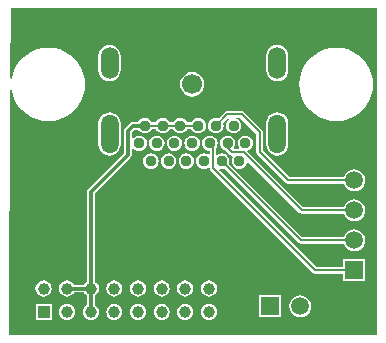
<source format=gbl>
%FSTAX25Y25*%
%MOIN*%
%SFA1B1*%

%IPPOS*%
%ADD10C,0.012000*%
%ADD11C,0.007000*%
%ADD13C,0.066930*%
%ADD14C,0.037400*%
%ADD15O,0.059060X0.106300*%
%ADD16O,0.059060X0.129920*%
%ADD17R,0.059060X0.059060*%
%ADD18C,0.059060*%
%ADD19R,0.039370X0.039370*%
%ADD20C,0.039370*%
%ADD21R,0.059060X0.059060*%
%LNhdmi_breakout_pcb_v02-1*%
%LPD*%
G36*
X03235Y03845D02*
X0201354D01*
X0201002Y0384854*
X0201375Y0466252*
X0201875Y0466271*
X0201889Y0466082*
X0202339Y0464211*
X0203075Y0462433*
X020408Y0460793*
X020533Y045933*
X0206793Y045808*
X0208433Y0457075*
X0210211Y0456339*
X0212082Y045589*
X0214Y0455739*
X0215918Y045589*
X0217789Y0456339*
X0219567Y0457075*
X0221207Y045808*
X022267Y045933*
X022392Y0460793*
X0224925Y0462433*
X0225661Y0464211*
X0226111Y0466082*
X0226261Y0468*
X0226111Y0469918*
X0225661Y0471789*
X0224925Y0473567*
X022392Y0475207*
X022267Y047667*
X0221207Y047792*
X0219567Y0478925*
X0217789Y0479661*
X0215918Y0480111*
X0214Y0480261*
X0212082Y0480111*
X0210211Y0479661*
X0208433Y0478925*
X0206793Y047792*
X020533Y047667*
X020408Y0475207*
X0203075Y0473567*
X0202339Y0471789*
X0201889Y0469918*
X0201392Y0469957*
X02015Y04935*
X03235*
Y03845*
G37*
%LNhdmi_breakout_pcb_v02-2*%
%LPC*%
G36*
X0236063Y0402629D02*
X0235366Y0402537D01*
X0234717Y0402268*
X023416Y040184*
X0233732Y0401283*
X0233463Y0400634*
X0233371Y0399937*
X0233463Y039924*
X0233732Y0398591*
X023416Y0398034*
X0234717Y0397606*
X0235366Y0397337*
X0236063Y0397246*
X023676Y0397337*
X0237409Y0397606*
X0237966Y0398034*
X0238394Y0398591*
X0238663Y039924*
X0238755Y0399937*
X0238663Y0400634*
X0238394Y0401283*
X0237966Y040184*
X0237409Y0402268*
X023676Y0402537*
X0236063Y0402629*
G37*
G36*
X0291653Y0397653D02*
X0284347D01*
Y0390347*
X0291653*
Y0397653*
G37*
G36*
X0212441Y0402629D02*
X0211744Y0402537D01*
X0211095Y0402268*
X0210538Y040184*
X021011Y0401283*
X0209841Y0400634*
X020975Y0399937*
X0209841Y039924*
X021011Y0398591*
X0210538Y0398034*
X0211095Y0397606*
X0211744Y0397337*
X0212441Y0397246*
X0213138Y0397337*
X0213787Y0397606*
X0214344Y0398034*
X0214772Y0398591*
X0215041Y039924*
X0215132Y0399937*
X0215041Y0400634*
X0214772Y0401283*
X0214344Y040184*
X0213787Y0402268*
X0213138Y0402537*
X0212441Y0402629*
G37*
G36*
X0259685D02*
X0258988Y0402537D01*
X0258339Y0402268*
X0257782Y040184*
X0257354Y0401283*
X0257085Y0400634*
X0256994Y0399937*
X0257085Y039924*
X0257354Y0398591*
X0257782Y0398034*
X0258339Y0397606*
X0258988Y0397337*
X0259685Y0397246*
X0260382Y0397337*
X0261031Y0397606*
X0261588Y0398034*
X0262016Y0398591*
X0262285Y039924*
X0262376Y0399937*
X0262285Y0400634*
X0262016Y0401283*
X0261588Y040184*
X0261031Y0402268*
X0260382Y0402537*
X0259685Y0402629*
G37*
G36*
X0267559D02*
X0266862Y0402537D01*
X0266213Y0402268*
X0265656Y040184*
X0265228Y0401283*
X0264959Y0400634*
X0264867Y0399937*
X0264959Y039924*
X0265228Y0398591*
X0265656Y0398034*
X0266213Y0397606*
X0266862Y0397337*
X0267559Y0397246*
X0268256Y0397337*
X0268905Y0397606*
X0269462Y0398034*
X026989Y0398591*
X0270159Y039924*
X0270251Y0399937*
X0270159Y0400634*
X026989Y0401283*
X0269462Y040184*
X0268905Y0402268*
X0268256Y0402537*
X0267559Y0402629*
G37*
G36*
X0243937D02*
X024324Y0402537D01*
X0242591Y0402268*
X0242034Y040184*
X0241606Y0401283*
X0241337Y0400634*
X0241246Y0399937*
X0241337Y039924*
X0241606Y0398591*
X0242034Y0398034*
X0242591Y0397606*
X024324Y0397337*
X0243937Y0397246*
X0244634Y0397337*
X0245283Y0397606*
X024584Y0398034*
X0246268Y0398591*
X0246537Y039924*
X0246628Y0399937*
X0246537Y0400634*
X0246268Y0401283*
X024584Y040184*
X0245283Y0402268*
X0244634Y0402537*
X0243937Y0402629*
G37*
G36*
X0251811D02*
X0251114Y0402537D01*
X0250465Y0402268*
X0249908Y040184*
X024948Y0401283*
X0249211Y0400634*
X0249119Y0399937*
X0249211Y039924*
X024948Y0398591*
X0249908Y0398034*
X0250465Y0397606*
X0251114Y0397337*
X0251811Y0397246*
X0252508Y0397337*
X0253157Y0397606*
X0253714Y0398034*
X0254142Y0398591*
X0254411Y039924*
X0254503Y0399937*
X0254411Y0400634*
X0254142Y0401283*
X0253714Y040184*
X0253157Y0402268*
X0252508Y0402537*
X0251811Y0402629*
G37*
G36*
X0298Y0397684D02*
X0297046Y0397559D01*
X0296158Y0397191*
X0295395Y0396605*
X0294809Y0395842*
X0294441Y0394954*
X0294316Y0394*
X0294441Y0393046*
X0294809Y0392158*
X0295395Y0391395*
X0296158Y0390809*
X0297046Y0390441*
X0298Y0390316*
X0298954Y0390441*
X0299842Y0390809*
X0300605Y0391395*
X0301191Y0392158*
X0301559Y0393046*
X0301684Y0394*
X0301559Y0394954*
X0301191Y0395842*
X0300605Y0396605*
X0299842Y0397191*
X0298954Y0397559*
X0298Y0397684*
G37*
G36*
X0243937Y0394755D02*
X024324Y0394663D01*
X0242591Y0394394*
X0242034Y0393966*
X0241606Y0393409*
X0241337Y039276*
X0241246Y0392063*
X0241337Y0391366*
X0241606Y0390717*
X0242034Y039016*
X0242591Y0389732*
X024324Y0389463*
X0243937Y0389371*
X0244634Y0389463*
X0245283Y0389732*
X024584Y039016*
X0246268Y0390717*
X0246537Y0391366*
X0246628Y0392063*
X0246537Y039276*
X0246268Y0393409*
X024584Y0393966*
X0245283Y0394394*
X0244634Y0394663*
X0243937Y0394755*
G37*
G36*
X0236063D02*
X0235366Y0394663D01*
X0234717Y0394394*
X023416Y0393966*
X0233732Y0393409*
X0233463Y039276*
X0233371Y0392063*
X0233463Y0391366*
X0233732Y0390717*
X023416Y039016*
X0234717Y0389732*
X0235366Y0389463*
X0236063Y0389371*
X023676Y0389463*
X0237409Y0389732*
X0237966Y039016*
X0238394Y0390717*
X0238663Y0391366*
X0238755Y0392063*
X0238663Y039276*
X0238394Y0393409*
X0237966Y0393966*
X0237409Y0394394*
X023676Y0394663*
X0236063Y0394755*
G37*
G36*
X0220315D02*
X0219618Y0394663D01*
X0218969Y0394394*
X0218412Y0393966*
X0217984Y0393409*
X0217715Y039276*
X0217623Y0392063*
X0217715Y0391366*
X0217984Y0390717*
X0218412Y039016*
X0218969Y0389732*
X0219618Y0389463*
X0220315Y0389371*
X0221012Y0389463*
X0221661Y0389732*
X0222218Y039016*
X0222646Y0390717*
X0222915Y0391366*
X0223007Y0392063*
X0222915Y039276*
X0222646Y0393409*
X0222218Y0393966*
X0221661Y0394394*
X0221012Y0394663*
X0220315Y0394755*
G37*
G36*
X0251811D02*
X0251114Y0394663D01*
X0250465Y0394394*
X0249908Y0393966*
X024948Y0393409*
X0249211Y039276*
X0249119Y0392063*
X0249211Y0391366*
X024948Y0390717*
X0249908Y039016*
X0250465Y0389732*
X0251114Y0389463*
X0251811Y0389371*
X0252508Y0389463*
X0253157Y0389732*
X0253714Y039016*
X0254142Y0390717*
X0254411Y0391366*
X0254503Y0392063*
X0254411Y039276*
X0254142Y0393409*
X0253714Y0393966*
X0253157Y0394394*
X0252508Y0394663*
X0251811Y0394755*
G37*
G36*
X0215109Y0394731D02*
X0209772D01*
Y0389394*
X0215109*
Y0394731*
G37*
G36*
X0267559Y0394755D02*
X0266862Y0394663D01*
X0266213Y0394394*
X0265656Y0393966*
X0265228Y0393409*
X0264959Y039276*
X0264867Y0392063*
X0264959Y0391366*
X0265228Y0390717*
X0265656Y039016*
X0266213Y0389732*
X0266862Y0389463*
X0267559Y0389371*
X0268256Y0389463*
X0268905Y0389732*
X0269462Y039016*
X026989Y0390717*
X0270159Y0391366*
X0270251Y0392063*
X0270159Y039276*
X026989Y0393409*
X0269462Y0393966*
X0268905Y0394394*
X0268256Y0394663*
X0267559Y0394755*
G37*
G36*
X0259685D02*
X0258988Y0394663D01*
X0258339Y0394394*
X0257782Y0393966*
X0257354Y0393409*
X0257085Y039276*
X0256994Y0392063*
X0257085Y0391366*
X0257354Y0390717*
X0257782Y039016*
X0258339Y0389732*
X0258988Y0389463*
X0259685Y0389371*
X0260382Y0389463*
X0261031Y0389732*
X0261588Y039016*
X0262016Y0390717*
X0262285Y0391366*
X0262376Y0392063*
X0262285Y039276*
X0262016Y0393409*
X0261588Y0393966*
X0261031Y0394394*
X0260382Y0394663*
X0259685Y0394755*
G37*
G36*
X02785Y0459071D02*
X0273654D01*
X0273244Y0458989*
X0272897Y0458757*
X0270771Y0456631*
X0270545Y0456724*
X0269874Y0456813*
X0269203Y0456724*
X0268578Y0456465*
X0268041Y0456053*
X0267629Y0455516*
X026737Y0454891*
X0267282Y045422*
X026737Y0453549*
X0267629Y0452924*
X0268041Y0452387*
X0268578Y0451975*
X0269203Y0451717*
X0269874Y0451628*
X0270545Y0451717*
X027117Y0451975*
X0271707Y0452387*
X0272119Y0452924*
X0272378Y0453549*
X0272466Y045422*
X0272378Y0454891*
X0272285Y0455117*
X0273444Y0456277*
X0274354Y0456653*
X0274409Y045664*
X0274471Y0456456*
X0273947Y0456053*
X0273535Y0455516*
X0273276Y0454891*
X0273187Y045422*
X0273276Y0453549*
X0273535Y0452924*
X0273947Y0452387*
X0274483Y0451975*
X0275109Y0451717*
X027578Y0451628*
X027645Y0451717*
X0277076Y0451975*
X0277613Y0452387*
X0278025Y0452924*
X0278284Y0453549*
X0278372Y045422*
X0278284Y0454891*
X0278025Y0455516*
X0277613Y0456053*
X0277076Y0456465*
X027645Y0456724*
X027578Y0456813*
X0275896Y0456929*
X0278057*
X0283429Y0451556*
Y04455*
X0283511Y044509*
X0283743Y0444743*
X0293243Y0435243*
X029359Y0435011*
X0294Y0434929*
X031249*
X0312809Y0434158*
X0313395Y0433395*
X0314158Y0432809*
X0315046Y0432441*
X0316Y0432316*
X0316954Y0432441*
X0317842Y0432809*
X0318605Y0433395*
X0319191Y0434158*
X0319559Y0435046*
X0319684Y0436*
X0319559Y0436954*
X0319191Y0437842*
X0318605Y0438605*
X0317842Y0439191*
X0316954Y0439559*
X0316Y0439684*
X0315046Y0439559*
X0314158Y0439191*
X0313395Y0438605*
X0312809Y0437842*
X031249Y0437071*
X0294443*
X0285571Y0445943*
Y0452*
X0285489Y045241*
X0285257Y0452757*
X0279257Y0458757*
X027891Y0458989*
X02785Y0459071*
G37*
G36*
X0263969Y0456813D02*
X0263298Y0456724D01*
X0262672Y0456465*
X0262136Y0456053*
X0261724Y0455516*
X026163Y0455291*
X0260401*
X0260308Y0455516*
X0259896Y0456053*
X0259359Y0456465*
X0258734Y0456724*
X0258063Y0456813*
X0257392Y0456724*
X0256767Y0456465*
X025623Y0456053*
X0255818Y0455516*
X0255725Y0455291*
X0254496*
X0254402Y0455516*
X025399Y0456053*
X0253453Y0456465*
X0252828Y0456724*
X0252157Y0456813*
X0251486Y0456724*
X0250861Y0456465*
X0250324Y0456053*
X0249912Y0455516*
X0249819Y0455291*
X024859*
X0248497Y0455516*
X0248085Y0456053*
X0247548Y0456465*
X0246923Y0456724*
X0246252Y0456813*
X0245581Y0456724*
X0244956Y0456465*
X0244419Y0456053*
X024403Y0455546*
X024222*
X0241713Y0455445*
X0241283Y0455158*
X0239563Y0453437*
X0239275Y0453007*
X0239175Y04525*
Y0445049*
X0227252Y0433126*
X0226964Y0432696*
X0226864Y0432189*
Y0402276*
X0226843Y0402268*
X0226286Y040184*
X0225858Y0401283*
X022585Y0401263*
X0222654*
X0222646Y0401283*
X0222218Y040184*
X0221661Y0402268*
X0221012Y0402537*
X0220315Y0402629*
X0219618Y0402537*
X0218969Y0402268*
X0218412Y040184*
X0217984Y0401283*
X0217715Y0400634*
X0217623Y0399937*
X0217715Y039924*
X0217984Y0398591*
X0218412Y0398034*
X0218969Y0397606*
X0219618Y0397337*
X0220315Y0397246*
X0221012Y0397337*
X0221661Y0397606*
X0222218Y0398034*
X0222646Y0398591*
X0222654Y0398611*
X022585*
X0225858Y0398591*
X0226286Y0398034*
X0226843Y0397606*
X0226864Y0397598*
Y0394402*
X0226843Y0394394*
X0226286Y0393966*
X0225858Y0393409*
X0225589Y039276*
X0225498Y0392063*
X0225589Y0391366*
X0225858Y0390717*
X0226286Y039016*
X0226843Y0389732*
X0227492Y0389463*
X0228189Y0389371*
X0228886Y0389463*
X0229535Y0389732*
X0230092Y039016*
X023052Y0390717*
X0230789Y0391366*
X023088Y0392063*
X0230789Y039276*
X023052Y0393409*
X0230092Y0393966*
X0229535Y0394394*
X0229515Y0394402*
Y0397598*
X0229535Y0397606*
X0230092Y0398034*
X023052Y0398591*
X0230789Y039924*
X023088Y0399937*
X0230789Y0400634*
X023052Y0401283*
X0230092Y040184*
X0229535Y0402268*
X0229515Y0402276*
Y043164*
X0241437Y0443563*
X0241725Y0443993*
X0241826Y04445*
Y0446519*
X0242299Y0446679*
X024245Y0446482*
X0242987Y044607*
X0243613Y0445811*
X0244283Y0445723*
X0244954Y0445811*
X024558Y044607*
X0246116Y0446482*
X0246528Y0447019*
X0246787Y0447644*
X0246876Y0448315*
X0246787Y0448986*
X0246528Y0449611*
X0246116Y0450148*
X024558Y045056*
X0244954Y0450819*
X0244283Y0450907*
X0243613Y0450819*
X0242987Y045056*
X024245Y0450148*
X0242299Y0449951*
X0241826Y0450111*
Y0451951*
X0242769Y0452895*
X024403*
X0244419Y0452387*
X0244956Y0451975*
X0245581Y0451717*
X0246252Y0451628*
X0246923Y0451717*
X0247548Y0451975*
X0248085Y0452387*
X0248497Y0452924*
X024859Y045315*
X0249819*
X0249912Y0452924*
X0250324Y0452387*
X0250861Y0451975*
X0251486Y0451717*
X0252157Y0451628*
X0252828Y0451717*
X0253453Y0451975*
X025399Y0452387*
X0254402Y0452924*
X0254496Y045315*
X0255725*
X0255818Y0452924*
X025623Y0452387*
X0256767Y0451975*
X0257392Y0451717*
X0258063Y0451628*
X0258734Y0451717*
X0259359Y0451975*
X0259896Y0452387*
X0260308Y0452924*
X0260401Y045315*
X026163*
X0261724Y0452924*
X0262136Y0452387*
X0262672Y0451975*
X0263298Y0451717*
X0263969Y0451628*
X0264639Y0451717*
X0265265Y0451975*
X0265802Y0452387*
X0266214Y0452924*
X0266473Y0453549*
X0266561Y045422*
X0266473Y0454891*
X0266214Y0455516*
X0265802Y0456053*
X0265265Y0456465*
X0264639Y0456724*
X0263969Y0456813*
G37*
G36*
X0279717Y0450907D02*
X0279046Y0450819D01*
X027842Y045056*
X0277884Y0450148*
X0277472Y0449611*
X0277213Y0448986*
X0277124Y0448315*
X0277213Y0447644*
X0277472Y0447019*
X0277602Y0446848*
X0277381Y04464*
X0276146*
X0275925Y0446848*
X0276056Y0447019*
X0276315Y0447644*
X0276403Y0448315*
X0276315Y0448986*
X0276056Y0449611*
X0275644Y0450148*
X0275107Y045056*
X0274482Y0450819*
X0273811Y0450907*
X027314Y0450819*
X0272515Y045056*
X0271978Y0450148*
X0271566Y0449611*
X0271307Y0448986*
X0271219Y0448315*
X0271307Y0447644*
X0271566Y0447019*
X0271978Y0446482*
X0272515Y044607*
X027314Y0445811*
X027318Y0445806*
X0274413Y0444572*
X0274761Y044434*
X027517Y0444259*
X0275362*
X0275584Y0443811*
X0275503Y0443706*
X0275244Y044308*
X0275156Y0442409*
X0275244Y0441739*
X0275503Y0441113*
X0275915Y0440576*
X0276452Y0440164*
X0277077Y0439906*
X0277748Y0439817*
X0278419Y0439906*
X0279044Y0440164*
X0279581Y0440576*
X0279993Y0441113*
X0280252Y0441739*
X0280294Y0442058*
X0280767Y0442218*
X0297743Y0425243*
X029809Y0425011*
X02985Y0424929*
X031249*
X0312809Y0424158*
X0313395Y0423395*
X0314158Y0422809*
X0315046Y0422441*
X0316Y0422316*
X0316954Y0422441*
X0317842Y0422809*
X0318605Y0423395*
X0319191Y0424158*
X0319559Y0425046*
X0319684Y0426*
X0319559Y0426954*
X0319191Y0427842*
X0318605Y0428605*
X0317842Y0429191*
X0316954Y0429559*
X0316Y0429684*
X0315046Y0429559*
X0314158Y0429191*
X0313395Y0428605*
X0312809Y0427842*
X031249Y0427071*
X0298943*
X0280341Y0445673*
X0280387Y0445811*
X0281013Y044607*
X028155Y0446482*
X0281962Y0447019*
X0282221Y0447644*
X0282309Y0448315*
X0282221Y0448986*
X0281962Y0449611*
X028155Y0450148*
X0281013Y045056*
X0280387Y0450819*
X0279717Y0450907*
G37*
G36*
X0262D02*
X0261329Y0450819D01*
X0260704Y045056*
X0260167Y0450148*
X0259755Y0449611*
X0259496Y0448986*
X0259408Y0448315*
X0259496Y0447644*
X0259755Y0447019*
X0260167Y0446482*
X0260704Y044607*
X0261329Y0445811*
X0262Y0445723*
X0262671Y0445811*
X0263296Y044607*
X0263833Y0446482*
X0264245Y0447019*
X0264504Y0447644*
X0264592Y0448315*
X0264504Y0448986*
X0264245Y0449611*
X0263833Y0450148*
X0263296Y045056*
X0262671Y0450819*
X0262Y0450907*
G37*
G36*
X031Y0480261D02*
X0308082Y0480111D01*
X0306211Y0479661*
X0304433Y0478925*
X0302793Y047792*
X030133Y047667*
X030008Y0475207*
X0299075Y0473567*
X0298339Y0471789*
X0297889Y0469918*
X0297739Y0468*
X0297889Y0466082*
X0298339Y0464211*
X0299075Y0462433*
X030008Y0460793*
X030133Y045933*
X0302793Y045808*
X0304433Y0457075*
X0306211Y0456339*
X0308082Y045589*
X031Y0455739*
X0311918Y045589*
X0313789Y0456339*
X0315567Y0457075*
X0317207Y045808*
X031867Y045933*
X031992Y0460793*
X0320925Y0462433*
X0321661Y0464211*
X0322111Y0466082*
X0322261Y0468*
X0322111Y0469918*
X0321661Y0471789*
X0320925Y0473567*
X031992Y0475207*
X031867Y047667*
X0317207Y047792*
X0315567Y0478925*
X0313789Y0479661*
X0311918Y0480111*
X031Y0480261*
G37*
G36*
X0290346Y0481133D02*
X0289393Y0481007D01*
X0288504Y048064*
X0287741Y0480054*
X0287156Y0479291*
X0286788Y0478402*
X0286662Y0477449*
Y0472724*
X0286788Y0471771*
X0287156Y0470882*
X0287741Y0470119*
X0288504Y0469534*
X0289393Y0469166*
X0290346Y046904*
X02913Y0469166*
X0292189Y0469534*
X0292952Y0470119*
X0293537Y0470882*
X0293905Y0471771*
X0294031Y0472724*
Y0477449*
X0293905Y0478402*
X0293537Y0479291*
X0292952Y0480054*
X0292189Y048064*
X02913Y0481007*
X0290346Y0481133*
G37*
G36*
X0234441D02*
X0233487Y0481007D01*
X0232599Y048064*
X0231836Y0480054*
X023125Y0479291*
X0230882Y0478402*
X0230757Y0477449*
Y0472724*
X0230882Y0471771*
X023125Y0470882*
X0231836Y0470119*
X0232599Y0469534*
X0233487Y0469166*
X0234441Y046904*
X0235395Y0469166*
X0236283Y0469534*
X0237046Y0470119*
X0237632Y0470882*
X0238Y0471771*
X0238125Y0472724*
Y0477449*
X0238Y0478402*
X0237632Y0479291*
X0237046Y0480054*
X0236283Y048064*
X0235395Y0481007*
X0234441Y0481133*
G37*
G36*
X0262Y0472081D02*
X0260944Y0471942D01*
X0259959Y0471535*
X0259114Y0470886*
X0258465Y0470041*
X0258058Y0469056*
X0257919Y0468*
X0258058Y0466944*
X0258465Y0465959*
X0259114Y0465114*
X0259959Y0464465*
X0260944Y0464058*
X0262Y0463919*
X0263056Y0464058*
X0264041Y0464465*
X0264886Y0465114*
X0265535Y0465959*
X0265942Y0466944*
X0266081Y0468*
X0265942Y0469056*
X0265535Y0470041*
X0264886Y0470886*
X0264041Y0471535*
X0263056Y0471942*
X0262Y0472081*
G37*
G36*
X0256094Y0450907D02*
X0255423Y0450819D01*
X0254798Y045056*
X0254261Y0450148*
X0253849Y0449611*
X025359Y0448986*
X0253502Y0448315*
X025359Y0447644*
X0253849Y0447019*
X0254261Y0446482*
X0254798Y044607*
X0255423Y0445811*
X0256094Y0445723*
X0256765Y0445811*
X025739Y044607*
X0257927Y0446482*
X0258339Y0447019*
X0258598Y0447644*
X0258687Y0448315*
X0258598Y0448986*
X0258339Y0449611*
X0257927Y0450148*
X025739Y045056*
X0256765Y0450819*
X0256094Y0450907*
G37*
G36*
X0260032Y0445002D02*
X0259361Y0444913D01*
X0258735Y0444654*
X0258199Y0444242*
X0257787Y0443706*
X0257528Y044308*
X0257439Y0442409*
X0257528Y0441739*
X0257787Y0441113*
X0258199Y0440576*
X0258735Y0440164*
X0259361Y0439906*
X0260032Y0439817*
X0260702Y0439906*
X0261328Y0440164*
X0261865Y0440576*
X0262277Y0441113*
X0262536Y0441739*
X0262624Y0442409*
X0262536Y044308*
X0262277Y0443706*
X0261865Y0444242*
X0261328Y0444654*
X0260702Y0444913*
X0260032Y0445002*
G37*
G36*
X0254126D02*
X0253455Y0444913D01*
X025283Y0444654*
X0252293Y0444242*
X0251881Y0443706*
X0251622Y044308*
X0251534Y0442409*
X0251622Y0441739*
X0251881Y0441113*
X0252293Y0440576*
X025283Y0440164*
X0253455Y0439906*
X0254126Y0439817*
X0254797Y0439906*
X0255422Y0440164*
X0255959Y0440576*
X0256371Y0441113*
X025663Y0441739*
X0256718Y0442409*
X025663Y044308*
X0256371Y0443706*
X0255959Y0444242*
X0255422Y0444654*
X0254797Y0444913*
X0254126Y0445002*
G37*
G36*
X024822D02*
X024755Y0444913D01*
X0246924Y0444654*
X0246387Y0444242*
X0245975Y0443706*
X0245717Y044308*
X0245628Y0442409*
X0245717Y0441739*
X0245975Y0441113*
X0246387Y0440576*
X0246924Y0440164*
X024755Y0439906*
X024822Y0439817*
X0248891Y0439906*
X0249517Y0440164*
X0250053Y0440576*
X0250465Y0441113*
X0250724Y0441739*
X0250813Y0442409*
X0250724Y044308*
X0250465Y0443706*
X0250053Y0444242*
X0249517Y0444654*
X0248891Y0444913*
X024822Y0445002*
G37*
G36*
X0234441Y0458692D02*
X0233487Y0458567D01*
X0232599Y0458199*
X0231836Y0457613*
X023125Y045685*
X0230882Y0455962*
X0230757Y0455008*
Y0447921*
X0230882Y0446968*
X023125Y0446079*
X0231836Y0445316*
X0232599Y0444731*
X0233487Y0444363*
X0234441Y0444237*
X0235395Y0444363*
X0236283Y0444731*
X0237046Y0445316*
X0237632Y0446079*
X0238Y0446968*
X0238125Y0447921*
Y0455008*
X0238Y0455962*
X0237632Y045685*
X0237046Y0457613*
X0236283Y0458199*
X0235395Y0458567*
X0234441Y0458692*
G37*
G36*
X0250189Y0450907D02*
X0249518Y0450819D01*
X0248893Y045056*
X0248356Y0450148*
X0247944Y0449611*
X0247685Y0448986*
X0247597Y0448315*
X0247685Y0447644*
X0247944Y0447019*
X0248356Y0446482*
X0248893Y044607*
X0249518Y0445811*
X0250189Y0445723*
X025086Y0445811*
X0251485Y044607*
X0252022Y0446482*
X0252434Y0447019*
X0252693Y0447644*
X0252781Y0448315*
X0252693Y0448986*
X0252434Y0449611*
X0252022Y0450148*
X0251485Y045056*
X025086Y0450819*
X0250189Y0450907*
G37*
G36*
X0267906D02*
X0267235Y0450819D01*
X026661Y045056*
X0266073Y0450148*
X0265661Y0449611*
X0265402Y0448986*
X0265313Y0448315*
X0265402Y0447644*
X0265661Y0447019*
X0266073Y0446482*
X026661Y044607*
X0267235Y0445811*
X0267787Y0445738*
Y0444795*
X0267338Y0444574*
X0267233Y0444654*
X0266608Y0444913*
X0265937Y0445002*
X0265266Y0444913*
X0264641Y0444654*
X0264104Y0444242*
X0263692Y0443706*
X0263433Y044308*
X0263345Y0442409*
X0263433Y0441739*
X0263692Y0441113*
X0264104Y0440576*
X0264641Y0440164*
X0265266Y0439906*
X0265937Y0439817*
X0266608Y0439906*
X0267233Y0440164*
X0267334Y0440242*
X0267802Y0440066*
X0267868Y0439733*
X02681Y0439386*
X0302243Y0405243*
X030259Y0405011*
X0303Y0404929*
X0312347*
Y0402347*
X0319653*
Y0409653*
X0312347*
Y0407071*
X0303443*
X0271073Y0439441*
X0271294Y0439889*
X0271843Y0439817*
X0272514Y0439906*
X0272739Y0439999*
X0297495Y0415243*
X0297842Y0415011*
X0298252Y0414929*
X031249*
X0312809Y0414158*
X0313395Y0413395*
X0314158Y0412809*
X0315046Y0412441*
X0316Y0412316*
X0316954Y0412441*
X0317842Y0412809*
X0318605Y0413395*
X0319191Y0414158*
X0319559Y0415046*
X0319684Y0416*
X0319559Y0416954*
X0319191Y0417842*
X0318605Y0418605*
X0317842Y0419191*
X0316954Y0419559*
X0316Y0419684*
X0315046Y0419559*
X0314158Y0419191*
X0313395Y0418605*
X0312809Y0417842*
X031249Y0417071*
X0298695*
X0274253Y0441513*
X0274346Y0441739*
X0274435Y0442409*
X0274346Y044308*
X0274088Y0443706*
X0273676Y0444242*
X0273139Y0444654*
X0272514Y0444913*
X0271843Y0445002*
X0271172Y0444913*
X0270547Y0444654*
X0270376Y0444524*
X0269928Y0444745*
Y0446728*
X0270151Y0447019*
X0270409Y0447644*
X0270498Y0448315*
X0270409Y0448986*
X0270151Y0449611*
X0269739Y0450148*
X0269202Y045056*
X0268577Y0450819*
X0267906Y0450907*
G37*
G36*
X0290346Y0458692D02*
X0289393Y0458567D01*
X0288504Y0458199*
X0287741Y0457613*
X0287156Y045685*
X0286788Y0455962*
X0286662Y0455008*
Y0447921*
X0286788Y0446968*
X0287156Y0446079*
X0287741Y0445316*
X0288504Y0444731*
X0289393Y0444363*
X0290346Y0444237*
X02913Y0444363*
X0292189Y0444731*
X0292952Y0445316*
X0293537Y0446079*
X0293905Y0446968*
X0294031Y0447921*
Y0455008*
X0293905Y0455962*
X0293537Y045685*
X0292952Y0457613*
X0292189Y0458199*
X02913Y0458567*
X0290346Y0458692*
G37*
%LNhdmi_breakout_pcb_v02-3*%
%LPD*%
G54D10*
X024222Y045422D02*
X0246252D01*
X02405Y04525D02*
X024222Y045422D01*
X02405Y04445D02*
Y04525D01*
X0228189Y0432189D02*
X02405Y04445D01*
X0228189Y0399937D02*
Y0432189D01*
Y0392063D02*
Y0399937D01*
X0220315D02*
X0228189D01*
G54D11*
X02985Y0426D02*
X0316D01*
X027917Y044533D02*
X02985Y0426D01*
X027517Y044533D02*
X027917D01*
X0273811Y0446689D02*
X027517Y044533D01*
X0273811Y0446689D02*
Y0448315D01*
X02845Y04455D02*
Y0452D01*
X02785Y0458D02*
X02845Y0452D01*
X0273654Y0458D02*
X02785D01*
X02845Y04455D02*
X0294Y0436D01*
X0316*
X0269874Y045422D02*
X0273654Y0458D01*
X0267906Y0448315D02*
X0268857Y0447364D01*
Y0440143D02*
Y0447364D01*
Y0440143D02*
X0303Y0406D01*
X0316*
X0271843Y0442409D02*
X0298252Y0416D01*
X0316*
X0258063Y045422D02*
X0263969D01*
X0252157D02*
X0258063D01*
X0246252D02*
X0252157D01*
G54D13*
X0262Y0468D03*
G54D14*
X0262Y0448315D03*
X0267906D03*
X0273811D03*
X0279717D03*
X0256094D03*
X0250189D03*
X0244283D03*
X0246252Y045422D03*
X0252157D03*
X0258063D03*
X0263969D03*
X0269874D03*
X027578D03*
X024822Y0442409D03*
X0254126D03*
X0260032D03*
X0265937D03*
X0271843D03*
X0277748D03*
G54D15*
X0290346Y0475087D03*
X0234441D03*
G54D16*
X0290346Y0451465D03*
X0234441D03*
G54D17*
X0316Y0406D03*
G54D18*
X0316Y0416D03*
Y0426D03*
Y0436D03*
X0298Y0394D03*
G54D19*
X0212441Y0392063D03*
G54D20*
X0220315Y0392063D03*
X0228189D03*
X0236063D03*
X0243937D03*
X0251811D03*
X0259685D03*
X0267559D03*
X0212441Y0399937D03*
X0220315D03*
X0228189D03*
X0236063D03*
X0243937D03*
X0251811D03*
X0259685D03*
X0267559D03*
G54D21*
X0288Y0394D03*
M02*
</source>
